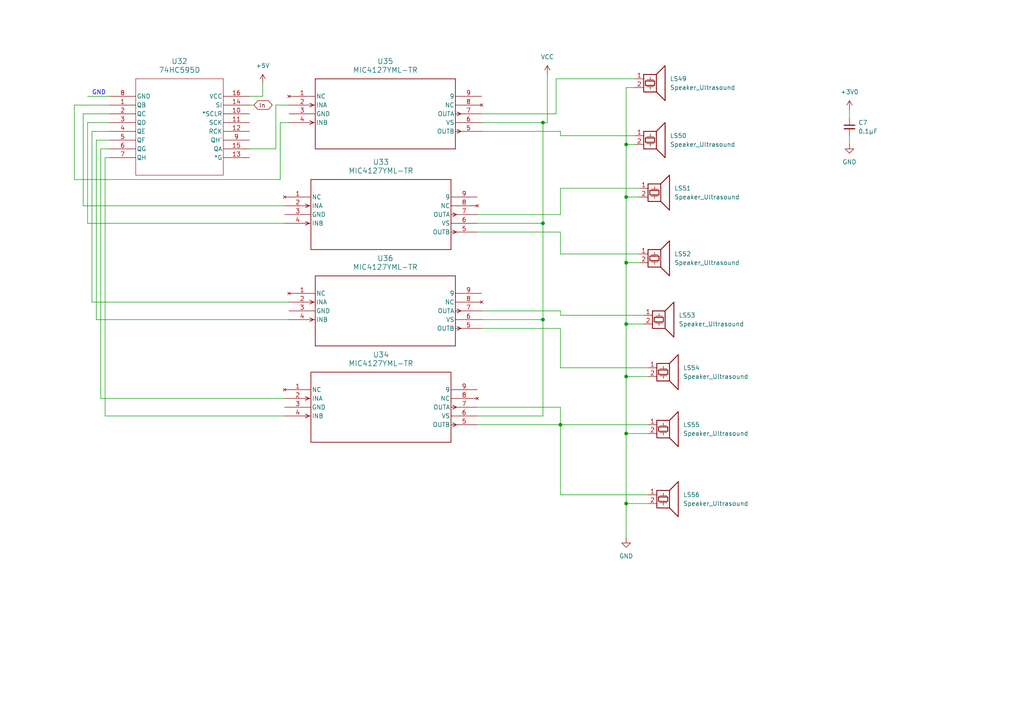
<source format=kicad_sch>
(kicad_sch (version 20250114) (generator "eeschema") (generator_version "9.0")
  (paper "A4")
  (lib_symbols
    (symbol "2025-12-28_09-02-17:MIC4127YML-TR" (pin_names (offset 0.254))
      (property "Reference" "U" (at 27.94 10.16 0))
      (property "Value" "MIC4127YML-TR" (at 27.94 7.62 0))
      (symbol "MIC4127YML-TR_0_1"
        (polyline (pts (xy 7.0993 -2.54) (xy 6.0579 -2.0193)) (stroke (width 0.2032)))
        (polyline (pts (xy 7.0993 -2.54) (xy 6.0579 -3.0607)) (stroke (width 0.2032)))
        (polyline (pts (xy 7.0993 -7.62) (xy 6.0579 -7.0993)) (stroke (width 0.2032)))
        (polyline (pts (xy 7.0993 -7.62) (xy 6.0579 -8.1407)) (stroke (width 0.2032)))
        (polyline (pts (xy 7.62 5.08) (xy 7.62 -15.24)) (stroke (width 0.2032)))
        (polyline (pts (xy 7.62 -15.24) (xy 48.26 -15.24)) (stroke (width 0.2032)))
        (polyline (pts (xy 48.26 5.08) (xy 7.62 5.08)) (stroke (width 0.2032)))
        (polyline (pts (xy 48.26 -15.24) (xy 48.26 5.08)) (stroke (width 0.2032)))
        (polyline (pts (xy 48.7807 -4.5593) (xy 49.8221 -5.08)) (stroke (width 0.2032)))
        (polyline (pts (xy 48.7807 -5.6007) (xy 49.8221 -5.08)) (stroke (width 0.2032)))
        (polyline (pts (xy 48.7807 -9.6393) (xy 49.8221 -10.16)) (stroke (width 0.2032)))
        (polyline (pts (xy 48.7807 -10.6807) (xy 49.8221 -10.16)) (stroke (width 0.2032)))
        (pin no_connect line (at 0 0 0) (length 7.62) (name "NC") (number "1"))
        (pin input line (at 0 -2.54 0) (length 7.62) (name "INA") (number "2"))
        (pin power_in line (at 0 -5.08 0) (length 7.62) (name "GND") (number "3"))
        (pin input line (at 0 -7.62 0) (length 7.62) (name "INB") (number "4"))
        (pin unspecified line (at 55.88 0 180) (length 7.62) (name "9") (number "9"))
        (pin no_connect line (at 55.88 -2.54 180) (length 7.62) (name "NC") (number "8"))
        (pin output line (at 55.88 -5.08 180) (length 7.62) (name "OUTA") (number "7"))
        (pin power_in line (at 55.88 -7.62 180) (length 7.62) (name "VS") (number "6"))
        (pin output line (at 55.88 -10.16 180) (length 7.62) (name "OUTB") (number "5"))
      )
    )
    (symbol "2025-12-28_09-22-42:74HC595D" (pin_names (offset 0.254))
      (property "Reference" "U" (at 20.32 10.16 0))
      (property "Value" "74HC595D" (at 20.32 7.62 0))
      (symbol "74HC595D_0_1"
        (polyline (pts (xy 7.62 5.08) (xy 7.62 -22.86)) (stroke (width 0.127)))
        (polyline (pts (xy 7.62 -22.86) (xy 33.02 -22.86)) (stroke (width 0.127)))
        (polyline (pts (xy 33.02 5.08) (xy 7.62 5.08)) (stroke (width 0.127)))
        (polyline (pts (xy 33.02 -22.86) (xy 33.02 5.08)) (stroke (width 0.127)))
        (pin power_out line (at 0 0 0) (length 7.62) (name "GND") (number "8"))
        (pin output line (at 0 -2.54 0) (length 7.62) (name "QB") (number "1"))
        (pin output line (at 0 -5.08 0) (length 7.62) (name "QC") (number "2"))
        (pin output line (at 0 -7.62 0) (length 7.62) (name "QD") (number "3"))
        (pin output line (at 0 -10.16 0) (length 7.62) (name "QE") (number "4"))
        (pin output line (at 0 -12.7 0) (length 7.62) (name "QF") (number "5"))
        (pin output line (at 0 -15.24 0) (length 7.62) (name "QG") (number "6"))
        (pin output line (at 0 -17.78 0) (length 7.62) (name "QH") (number "7"))
        (pin power_in line (at 40.64 0 180) (length 7.62) (name "VCC") (number "16"))
        (pin input line (at 40.64 -2.54 180) (length 7.62) (name "SI") (number "14"))
        (pin input line (at 40.64 -5.08 180) (length 7.62) (name "*SCLR") (number "10"))
        (pin input line (at 40.64 -7.62 180) (length 7.62) (name "SCK") (number "11"))
        (pin input line (at 40.64 -10.16 180) (length 7.62) (name "RCK") (number "12"))
        (pin output line (at 40.64 -12.7 180) (length 7.62) (name "QH'") (number "9"))
        (pin output line (at 40.64 -15.24 180) (length 7.62) (name "QA") (number "15"))
        (pin input line (at 40.64 -17.78 180) (length 7.62) (name "*G") (number "13"))
      )
    )
    (symbol "Device:C_Small" (pin_numbers (hide yes)) (pin_names (offset 0.254) (hide yes))
      (property "Reference" "C" (at 0.254 1.778 0))
      (property "Value" "C_Small" (at 0.254 -2.032 0))
      (symbol "C_Small_0_1"
        (polyline (pts (xy -1.524 0.508) (xy 1.524 0.508)) (stroke (width 0.3048)))
        (polyline (pts (xy -1.524 -0.508) (xy 1.524 -0.508)) (stroke (width 0.3302)))
      )
      (symbol "C_Small_1_1"
        (pin passive line (at 0 2.54 270) (length 2.032) (name "~") (number "1"))
        (pin passive line (at 0 -2.54 90) (length 2.032) (name "~") (number "2"))
      )
    )
    (symbol "Device:Speaker_Ultrasound" (pin_names (offset 0) (hide yes))
      (property "Reference" "LS" (at 0.635 5.715 0))
      (property "Value" "Speaker_Ultrasound" (at 0.635 3.81 0))
      (symbol "Speaker_Ultrasound_0_0"
        (rectangle (start -2.54 1.27) (end 1.143 -3.81) (stroke (width 0.254)))
        (rectangle (start -2.032 -0.635) (end 0.635 -1.905) (stroke (width 0.254)))
        (polyline (pts (xy -1.651 -0.254) (xy 0.381 -0.254)))
        (polyline (pts (xy -1.651 -2.286) (xy 0.381 -2.286)))
        (polyline (pts (xy -0.635 -0.254) (xy -0.635 0.508)))
        (polyline (pts (xy -0.635 -2.286) (xy -0.635 -3.048)))
        (polyline (pts (xy 1.143 1.27) (xy 3.683 3.81) (xy 3.683 -6.35) (xy 1.143 -3.81)) (stroke (width 0.254)))
      )
      (symbol "Speaker_Ultrasound_1_1"
        (pin input line (at -5.08 0 0) (length 2.54) (name "1") (number "1"))
        (pin input line (at -5.08 -2.54 0) (length 2.54) (name "2") (number "2"))
      )
    )
    (symbol "power:+3V0" (power) (pin_numbers (hide yes)) (pin_names (offset 0) (hide yes))
      (property "Value" "+3V0" (at 0 3.556 0))
      (symbol "+3V0_0_1"
        (polyline (pts (xy -0.762 1.27) (xy 0 2.54)))
        (polyline (pts (xy 0 2.54) (xy 0.762 1.27)))
        (polyline (pts (xy 0 0) (xy 0 2.54)))
      )
      (symbol "+3V0_1_1"
        (pin power_in line (at 0 0 90) (length 0) (name "~") (number "1"))
      )
    )
    (symbol "power:+5V" (power) (pin_numbers (hide yes)) (pin_names (offset 0) (hide yes))
      (property "Value" "+5V" (at 0 3.556 0))
      (symbol "+5V_0_1"
        (polyline (pts (xy -0.762 1.27) (xy 0 2.54)))
        (polyline (pts (xy 0 2.54) (xy 0.762 1.27)))
        (polyline (pts (xy 0 0) (xy 0 2.54)))
      )
      (symbol "+5V_1_1"
        (pin power_in line (at 0 0 90) (length 0) (name "~") (number "1"))
      )
    )
    (symbol "power:GND" (power) (pin_numbers (hide yes)) (pin_names (offset 0) (hide yes))
      (property "Value" "GND" (at 0 -3.81 0))
      (symbol "GND_0_1"
        (polyline (pts (xy 0 0) (xy 0 -1.27) (xy 1.27 -1.27) (xy 0 -2.54) (xy -1.27 -1.27) (xy 0 -1.27)))
      )
      (symbol "GND_1_1"
        (pin power_in line (at 0 0 270) (length 0) (name "~") (number "1"))
      )
    )
    (symbol "power:VCC" (power) (pin_numbers (hide yes)) (pin_names (offset 0) (hide yes))
      (property "Value" "VCC" (at 0 3.556 0))
      (symbol "VCC_0_1"
        (polyline (pts (xy -0.762 1.27) (xy 0 2.54)))
        (polyline (pts (xy 0 2.54) (xy 0.762 1.27)))
        (polyline (pts (xy 0 0) (xy 0 2.54)))
      )
      (symbol "VCC_1_1"
        (pin power_in line (at 0 0 90) (length 0) (name "~") (number "1"))
      )
    )
  )
  (text "GND" (at 28.702 26.924 0) (effects (font (size 1.27 1.27))))
  (junction (at 181.61 76.2))
  (junction (at 181.61 41.91))
  (junction (at 181.61 93.98))
  (junction (at 181.61 57.15))
  (junction (at 181.61 125.73))
  (junction (at 181.61 146.05))
  (junction (at 162.56 123.19))
  (junction (at 157.48 64.77))
  (junction (at 157.48 92.71))
  (junction (at 157.48 35.56))
  (junction (at 181.61 109.22))
  (wire (pts (xy 72.39 43.18) (xy 80.01 43.18)))
  (wire (pts (xy 24.13 33.02) (xy 24.13 59.69)))
  (wire (pts (xy 139.7 33.02) (xy 161.29 33.02)))
  (wire (pts (xy 27.94 92.71) (xy 83.82 92.71)))
  (wire (pts (xy 162.56 67.31) (xy 162.56 73.66)))
  (wire (pts (xy 181.61 125.73) (xy 181.61 146.05)))
  (wire (pts (xy 139.7 90.17) (xy 162.56 90.17)))
  (wire (pts (xy 72.39 27.94) (xy 76.2 27.94)))
  (wire (pts (xy 162.56 39.37) (xy 184.15 39.37)))
  (wire (pts (xy 80.01 30.48) (xy 83.82 30.48)))
  (wire (pts (xy 31.75 33.02) (xy 24.13 33.02)))
  (wire (pts (xy 162.56 38.1) (xy 162.56 39.37)))
  (wire (pts (xy 138.43 120.65) (xy 157.48 120.65)))
  (wire (pts (xy 31.75 35.56) (xy 25.4 35.56)))
  (wire (pts (xy 31.75 45.72) (xy 30.48 45.72)))
  (wire (pts (xy 162.56 143.51) (xy 187.96 143.51)))
  (wire (pts (xy 181.61 41.91) (xy 181.61 57.15)))
  (wire (pts (xy 81.28 52.07) (xy 81.28 35.56)))
  (wire (pts (xy 181.61 25.4) (xy 181.61 41.91)))
  (wire (pts (xy 162.56 95.25) (xy 162.56 106.68)))
  (wire (pts (xy 187.96 146.05) (xy 181.61 146.05)))
  (wire (pts (xy 21.59 52.07) (xy 81.28 52.07)))
  (wire (pts (xy 246.38 39.37) (xy 246.38 41.91)))
  (wire (pts (xy 27.94 40.64) (xy 27.94 92.71)))
  (wire (pts (xy 24.13 59.69) (xy 82.55 59.69)))
  (wire (pts (xy 76.2 24.13) (xy 76.2 27.94)))
  (wire (pts (xy 139.7 35.56) (xy 157.48 35.56)))
  (wire (pts (xy 31.75 40.64) (xy 27.94 40.64)))
  (wire (pts (xy 181.61 109.22) (xy 187.96 109.22)))
  (wire (pts (xy 162.56 54.61) (xy 185.42 54.61)))
  (wire (pts (xy 162.56 106.68) (xy 187.96 106.68)))
  (wire (pts (xy 181.61 41.91) (xy 184.15 41.91)))
  (wire (pts (xy 26.67 87.63) (xy 83.82 87.63)))
  (wire (pts (xy 181.61 57.15) (xy 185.42 57.15)))
  (wire (pts (xy 162.56 62.23) (xy 162.56 54.61)))
  (wire (pts (xy 162.56 90.17) (xy 162.56 91.44)))
  (wire (pts (xy 161.29 33.02) (xy 161.29 22.86)))
  (wire (pts (xy 184.15 25.4) (xy 181.61 25.4)))
  (wire (pts (xy 162.56 123.19) (xy 187.96 123.19)))
  (wire (pts (xy 181.61 57.15) (xy 181.61 76.2)))
  (wire (pts (xy 30.48 120.65) (xy 82.55 120.65)))
  (wire (pts (xy 181.61 109.22) (xy 181.61 125.73)))
  (wire (pts (xy 162.56 91.44) (xy 186.69 91.44)))
  (wire (pts (xy 181.61 76.2) (xy 181.61 93.98)))
  (wire (pts (xy 181.61 93.98) (xy 181.61 109.22)))
  (wire (pts (xy 25.4 35.56) (xy 25.4 64.77)))
  (wire (pts (xy 157.48 64.77) (xy 157.48 92.71)))
  (wire (pts (xy 162.56 118.11) (xy 162.56 123.19)))
  (wire (pts (xy 25.4 64.77) (xy 82.55 64.77)))
  (wire (pts (xy 157.48 35.56) (xy 157.48 64.77)))
  (wire (pts (xy 31.75 30.48) (xy 21.59 30.48)))
  (wire (pts (xy 158.75 21.59) (xy 158.75 35.56)))
  (wire (pts (xy 181.61 93.98) (xy 186.69 93.98)))
  (wire (pts (xy 21.59 30.48) (xy 21.59 52.07)))
  (wire (pts (xy 246.38 31.75) (xy 246.38 34.29)))
  (wire (pts (xy 138.43 62.23) (xy 162.56 62.23)))
  (wire (pts (xy 161.29 22.86) (xy 184.15 22.86)))
  (wire (pts (xy 162.56 123.19) (xy 162.56 143.51)))
  (wire (pts (xy 29.21 43.18) (xy 29.21 115.57)))
  (wire (pts (xy 138.43 64.77) (xy 157.48 64.77)))
  (wire (pts (xy 25.4 27.94) (xy 31.75 27.94)))
  (wire (pts (xy 139.7 95.25) (xy 162.56 95.25)))
  (wire (pts (xy 81.28 35.56) (xy 83.82 35.56)))
  (wire (pts (xy 31.75 43.18) (xy 29.21 43.18)))
  (wire (pts (xy 80.01 43.18) (xy 80.01 30.48)))
  (wire (pts (xy 181.61 76.2) (xy 185.42 76.2)))
  (wire (pts (xy 138.43 118.11) (xy 162.56 118.11)))
  (wire (pts (xy 181.61 146.05) (xy 181.61 156.21)))
  (wire (pts (xy 139.7 92.71) (xy 157.48 92.71)))
  (wire (pts (xy 162.56 73.66) (xy 185.42 73.66)))
  (wire (pts (xy 72.39 30.48) (xy 73.66 30.48)))
  (wire (pts (xy 139.7 38.1) (xy 162.56 38.1)))
  (wire (pts (xy 138.43 123.19) (xy 162.56 123.19)))
  (wire (pts (xy 157.48 92.71) (xy 157.48 120.65)))
  (wire (pts (xy 181.61 125.73) (xy 187.96 125.73)))
  (wire (pts (xy 29.21 115.57) (xy 82.55 115.57)))
  (wire (pts (xy 31.75 38.1) (xy 26.67 38.1)))
  (wire (pts (xy 157.48 35.56) (xy 158.75 35.56)))
  (wire (pts (xy 26.67 38.1) (xy 26.67 87.63)))
  (wire (pts (xy 138.43 67.31) (xy 162.56 67.31)))
  (wire (pts (xy 30.48 45.72) (xy 30.48 120.65)))
  (global_label "In" (shape bidirectional) (at 73.66 30.48 0) (property "Intersheetrefs" "${INTERSHEET_REFS}" (effects (hide yes))))
  (symbol (lib_id "Device:Speaker_Ultrasound") (at 193.04 123.19 0) (unit 1)
    (property "Reference" "LS55" (at 198.12 123.1899 0) (effects (justify left)))
    (property "Value" "Speaker_Ultrasound" (at 198.12 125.7299 0) (effects (justify left)))
    (property "Description" "Ultrasonic transducer" (effects (hide yes)))
  )
  (symbol (lib_id "power:VCC") (at 158.75 21.59 0) (unit 1)
    (property "Reference" "#PWR032" (effects (hide yes)))
    (property "Value" "VCC" (at 158.75 16.51 0))
    (property "Description" "Power symbol creates a global label with name \"VCC\"" (effects (hide yes)))
  )
  (symbol (lib_id "2025-12-28_09-02-17:MIC4127YML-TR") (at 82.55 113.03 0) (unit 1)
    (property "Reference" "U34" (at 110.49 102.87 0) (effects (font (size 1.524 1.524))))
    (property "Value" "MIC4127YML-TR" (at 110.49 105.41 0) (effects (font (size 1.524 1.524))))
    (property "Footprint" "MLF-8_ML_MCH" (effects (hide yes)))
    (property "Datasheet" "MIC4127YML-TR" (effects (hide yes)))
  )
  (symbol (lib_id "2025-12-28_09-02-17:MIC4127YML-TR") (at 83.82 85.09 0) (unit 1)
    (property "Reference" "U36" (at 111.76 74.93 0) (effects (font (size 1.524 1.524))))
    (property "Value" "MIC4127YML-TR" (at 111.76 77.47 0) (effects (font (size 1.524 1.524))))
    (property "Footprint" "MLF-8_ML_MCH" (effects (hide yes)))
    (property "Datasheet" "MIC4127YML-TR" (effects (hide yes)))
  )
  (symbol (lib_id "Device:C_Small") (at 246.38 36.83 0) (unit 1)
    (property "Reference" "C7" (at 248.92 35.5662 0) (effects (justify left)))
    (property "Value" "0.1μF" (at 248.92 38.1062 0) (effects (justify left)))
    (property "Description" "Unpolarized capacitor, small symbol" (effects (hide yes)))
  )
  (symbol (lib_id "2025-12-28_09-22-42:74HC595D") (at 31.75 27.94 0) (unit 1)
    (property "Reference" "U32" (at 52.07 17.78 0) (effects (font (size 1.524 1.524))))
    (property "Value" "74HC595D" (at 52.07 20.32 0) (effects (font (size 1.524 1.524))))
    (property "Footprint" "SOIC16_TOS" (effects (hide yes)))
    (property "Datasheet" "https://toshiba.semicon-storage.com/info/docget.jsp?did=36768&prodName=74HC595D" (effects (hide yes)))
  )
  (symbol (lib_id "power:GND") (at 246.38 41.91 0) (unit 1)
    (property "Reference" "#PWR035" (effects (hide yes)))
    (property "Value" "GND" (at 246.38 46.99 0))
    (property "Description" "Power symbol creates a global label with name \"GND\" , ground" (effects (hide yes)))
  )
  (symbol (lib_id "Device:Speaker_Ultrasound") (at 193.04 106.68 0) (unit 1)
    (property "Reference" "LS54" (at 198.12 106.6799 0) (effects (justify left)))
    (property "Value" "Speaker_Ultrasound" (at 198.12 109.2199 0) (effects (justify left)))
    (property "Description" "Ultrasonic transducer" (effects (hide yes)))
  )
  (symbol (lib_id "Device:Speaker_Ultrasound") (at 189.23 22.86 0) (unit 1)
    (property "Reference" "LS49" (at 194.31 22.8599 0) (effects (justify left)))
    (property "Value" "Speaker_Ultrasound" (at 194.31 25.3999 0) (effects (justify left)))
    (property "Description" "Ultrasonic transducer" (effects (hide yes)))
  )
  (symbol (lib_id "power:+3V0") (at 246.38 31.75 0) (unit 1)
    (property "Reference" "#PWR034" (effects (hide yes)))
    (property "Value" "+3V0" (at 246.38 26.67 0))
    (property "Description" "Power symbol creates a global label with name \"+3V0\"" (effects (hide yes)))
  )
  (symbol (lib_id "2025-12-28_09-02-17:MIC4127YML-TR") (at 83.82 27.94 0) (unit 1)
    (property "Reference" "U35" (at 111.76 17.78 0) (effects (font (size 1.524 1.524))))
    (property "Value" "MIC4127YML-TR" (at 111.76 20.32 0) (effects (font (size 1.524 1.524))))
    (property "Footprint" "MLF-8_ML_MCH" (effects (hide yes)))
    (property "Datasheet" "MIC4127YML-TR" (effects (hide yes)))
  )
  (symbol (lib_id "power:+5V") (at 76.2 24.13 0) (unit 1)
    (property "Reference" "#PWR031" (effects (hide yes)))
    (property "Value" "+5V" (at 76.2 19.05 0))
    (property "Description" "Power symbol creates a global label with name \"+5V\"" (effects (hide yes)))
  )
  (symbol (lib_id "power:GND") (at 181.61 156.21 0) (unit 1)
    (property "Reference" "#PWR033" (effects (hide yes)))
    (property "Value" "GND" (at 181.61 161.29 0))
    (property "Description" "Power symbol creates a global label with name \"GND\" , ground" (effects (hide yes)))
  )
  (symbol (lib_id "Device:Speaker_Ultrasound") (at 189.23 39.37 0) (unit 1)
    (property "Reference" "LS50" (at 194.31 39.3699 0) (effects (justify left)))
    (property "Value" "Speaker_Ultrasound" (at 194.31 41.9099 0) (effects (justify left)))
    (property "Description" "Ultrasonic transducer" (effects (hide yes)))
  )
  (symbol (lib_id "Device:Speaker_Ultrasound") (at 190.5 54.61 0) (unit 1)
    (property "Reference" "LS51" (at 195.58 54.6099 0) (effects (justify left)))
    (property "Value" "Speaker_Ultrasound" (at 195.58 57.1499 0) (effects (justify left)))
    (property "Description" "Ultrasonic transducer" (effects (hide yes)))
  )
  (symbol (lib_id "Device:Speaker_Ultrasound") (at 191.77 91.44 0) (unit 1)
    (property "Reference" "LS53" (at 196.85 91.4399 0) (effects (justify left)))
    (property "Value" "Speaker_Ultrasound" (at 196.85 93.9799 0) (effects (justify left)))
    (property "Description" "Ultrasonic transducer" (effects (hide yes)))
  )
  (symbol (lib_id "2025-12-28_09-02-17:MIC4127YML-TR") (at 82.55 57.15 0) (unit 1)
    (property "Reference" "U33" (at 110.49 46.99 0) (effects (font (size 1.524 1.524))))
    (property "Value" "MIC4127YML-TR" (at 110.49 49.53 0) (effects (font (size 1.524 1.524))))
    (property "Footprint" "MLF-8_ML_MCH" (effects (hide yes)))
    (property "Datasheet" "MIC4127YML-TR" (effects (hide yes)))
  )
  (symbol (lib_id "Device:Speaker_Ultrasound") (at 190.5 73.66 0) (unit 1)
    (property "Reference" "LS52" (at 195.58 73.6599 0) (effects (justify left)))
    (property "Value" "Speaker_Ultrasound" (at 195.58 76.1999 0) (effects (justify left)))
    (property "Description" "Ultrasonic transducer" (effects (hide yes)))
  )
  (symbol (lib_id "Device:Speaker_Ultrasound") (at 193.04 143.51 0) (unit 1)
    (property "Reference" "LS56" (at 198.12 143.5099 0) (effects (justify left)))
    (property "Value" "Speaker_Ultrasound" (at 198.12 146.0499 0) (effects (justify left)))
    (property "Description" "Ultrasonic transducer" (effects (hide yes)))
  )
)
</source>
